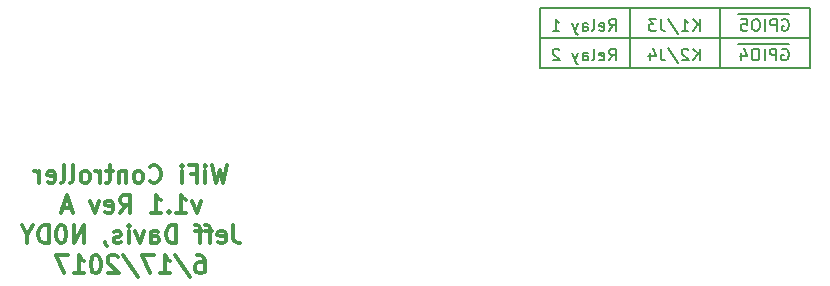
<source format=gbo>
G04 #@! TF.GenerationSoftware,KiCad,Pcbnew,(2017-04-22 revision b38541345)-makepkg*
G04 #@! TF.CreationDate,2017-06-22T14:02:37-07:00*
G04 #@! TF.ProjectId,WifiRelay,5769666952656C61792E6B696361645F,rev?*
G04 #@! TF.FileFunction,Legend,Bot*
G04 #@! TF.FilePolarity,Positive*
%FSLAX46Y46*%
G04 Gerber Fmt 4.6, Leading zero omitted, Abs format (unit mm)*
G04 Created by KiCad (PCBNEW (2017-04-22 revision b38541345)-makepkg) date 06/22/17 14:02:37*
%MOMM*%
%LPD*%
G01*
G04 APERTURE LIST*
%ADD10C,0.100000*%
%ADD11C,0.200000*%
%ADD12C,0.300000*%
G04 APERTURE END LIST*
D10*
D11*
X137964847Y-103219000D02*
X137964847Y-102219000D01*
X137393419Y-103219000D02*
X137821990Y-102647572D01*
X137393419Y-102219000D02*
X137964847Y-102790429D01*
X137012466Y-102314239D02*
X136964847Y-102266620D01*
X136869609Y-102219000D01*
X136631514Y-102219000D01*
X136536276Y-102266620D01*
X136488657Y-102314239D01*
X136441038Y-102409477D01*
X136441038Y-102504715D01*
X136488657Y-102647572D01*
X137060085Y-103219000D01*
X136441038Y-103219000D01*
X135298180Y-102171381D02*
X136155323Y-103457096D01*
X134679133Y-102219000D02*
X134679133Y-102933286D01*
X134726752Y-103076143D01*
X134821990Y-103171381D01*
X134964847Y-103219000D01*
X135060085Y-103219000D01*
X133774371Y-102552334D02*
X133774371Y-103219000D01*
X134012466Y-102171381D02*
X134250561Y-102885667D01*
X133631514Y-102885667D01*
X145518895Y-101786620D02*
X144703895Y-101786620D01*
X144941990Y-102266620D02*
X145037228Y-102219000D01*
X145180085Y-102219000D01*
X145322942Y-102266620D01*
X145418180Y-102361858D01*
X145465800Y-102457096D01*
X145513419Y-102647572D01*
X145513419Y-102790429D01*
X145465800Y-102980905D01*
X145418180Y-103076143D01*
X145322942Y-103171381D01*
X145180085Y-103219000D01*
X145084847Y-103219000D01*
X144941990Y-103171381D01*
X144894371Y-103123762D01*
X144894371Y-102790429D01*
X145084847Y-102790429D01*
X144703895Y-101786620D02*
X143703895Y-101786620D01*
X144465800Y-103219000D02*
X144465800Y-102219000D01*
X144084847Y-102219000D01*
X143989609Y-102266620D01*
X143941990Y-102314239D01*
X143894371Y-102409477D01*
X143894371Y-102552334D01*
X143941990Y-102647572D01*
X143989609Y-102695191D01*
X144084847Y-102742810D01*
X144465800Y-102742810D01*
X143703895Y-101786620D02*
X143227704Y-101786620D01*
X143465800Y-103219000D02*
X143465800Y-102219000D01*
X143227704Y-101786620D02*
X142180085Y-101786620D01*
X142799133Y-102219000D02*
X142608657Y-102219000D01*
X142513419Y-102266620D01*
X142418180Y-102361858D01*
X142370561Y-102552334D01*
X142370561Y-102885667D01*
X142418180Y-103076143D01*
X142513419Y-103171381D01*
X142608657Y-103219000D01*
X142799133Y-103219000D01*
X142894371Y-103171381D01*
X142989609Y-103076143D01*
X143037228Y-102885667D01*
X143037228Y-102552334D01*
X142989609Y-102361858D01*
X142894371Y-102266620D01*
X142799133Y-102219000D01*
X142180085Y-101786620D02*
X141227704Y-101786620D01*
X141513419Y-102552334D02*
X141513419Y-103219000D01*
X141751514Y-102171381D02*
X141989609Y-102885667D01*
X141370561Y-102885667D01*
X145544295Y-99297420D02*
X144729295Y-99297420D01*
X144967390Y-99777420D02*
X145062628Y-99729800D01*
X145205485Y-99729800D01*
X145348342Y-99777420D01*
X145443580Y-99872658D01*
X145491200Y-99967896D01*
X145538819Y-100158372D01*
X145538819Y-100301229D01*
X145491200Y-100491705D01*
X145443580Y-100586943D01*
X145348342Y-100682181D01*
X145205485Y-100729800D01*
X145110247Y-100729800D01*
X144967390Y-100682181D01*
X144919771Y-100634562D01*
X144919771Y-100301229D01*
X145110247Y-100301229D01*
X144729295Y-99297420D02*
X143729295Y-99297420D01*
X144491200Y-100729800D02*
X144491200Y-99729800D01*
X144110247Y-99729800D01*
X144015009Y-99777420D01*
X143967390Y-99825039D01*
X143919771Y-99920277D01*
X143919771Y-100063134D01*
X143967390Y-100158372D01*
X144015009Y-100205991D01*
X144110247Y-100253610D01*
X144491200Y-100253610D01*
X143729295Y-99297420D02*
X143253104Y-99297420D01*
X143491200Y-100729800D02*
X143491200Y-99729800D01*
X143253104Y-99297420D02*
X142205485Y-99297420D01*
X142824533Y-99729800D02*
X142634057Y-99729800D01*
X142538819Y-99777420D01*
X142443580Y-99872658D01*
X142395961Y-100063134D01*
X142395961Y-100396467D01*
X142443580Y-100586943D01*
X142538819Y-100682181D01*
X142634057Y-100729800D01*
X142824533Y-100729800D01*
X142919771Y-100682181D01*
X143015009Y-100586943D01*
X143062628Y-100396467D01*
X143062628Y-100063134D01*
X143015009Y-99872658D01*
X142919771Y-99777420D01*
X142824533Y-99729800D01*
X142205485Y-99297420D02*
X141253104Y-99297420D01*
X141491200Y-99729800D02*
X141967390Y-99729800D01*
X142015009Y-100205991D01*
X141967390Y-100158372D01*
X141872152Y-100110753D01*
X141634057Y-100110753D01*
X141538819Y-100158372D01*
X141491200Y-100205991D01*
X141443580Y-100301229D01*
X141443580Y-100539324D01*
X141491200Y-100634562D01*
X141538819Y-100682181D01*
X141634057Y-100729800D01*
X141872152Y-100729800D01*
X141967390Y-100682181D01*
X142015009Y-100634562D01*
X137964847Y-100729800D02*
X137964847Y-99729800D01*
X137393419Y-100729800D02*
X137821990Y-100158372D01*
X137393419Y-99729800D02*
X137964847Y-100301229D01*
X136441038Y-100729800D02*
X137012466Y-100729800D01*
X136726752Y-100729800D02*
X136726752Y-99729800D01*
X136821990Y-99872658D01*
X136917228Y-99967896D01*
X137012466Y-100015515D01*
X135298180Y-99682181D02*
X136155323Y-100967896D01*
X134679133Y-99729800D02*
X134679133Y-100444086D01*
X134726752Y-100586943D01*
X134821990Y-100682181D01*
X134964847Y-100729800D01*
X135060085Y-100729800D01*
X134298180Y-99729800D02*
X133679133Y-99729800D01*
X134012466Y-100110753D01*
X133869609Y-100110753D01*
X133774371Y-100158372D01*
X133726752Y-100205991D01*
X133679133Y-100301229D01*
X133679133Y-100539324D01*
X133726752Y-100634562D01*
X133774371Y-100682181D01*
X133869609Y-100729800D01*
X134155323Y-100729800D01*
X134250561Y-100682181D01*
X134298180Y-100634562D01*
X130297228Y-103219000D02*
X130630561Y-102742810D01*
X130868657Y-103219000D02*
X130868657Y-102219000D01*
X130487704Y-102219000D01*
X130392466Y-102266620D01*
X130344847Y-102314239D01*
X130297228Y-102409477D01*
X130297228Y-102552334D01*
X130344847Y-102647572D01*
X130392466Y-102695191D01*
X130487704Y-102742810D01*
X130868657Y-102742810D01*
X129487704Y-103171381D02*
X129582942Y-103219000D01*
X129773419Y-103219000D01*
X129868657Y-103171381D01*
X129916276Y-103076143D01*
X129916276Y-102695191D01*
X129868657Y-102599953D01*
X129773419Y-102552334D01*
X129582942Y-102552334D01*
X129487704Y-102599953D01*
X129440085Y-102695191D01*
X129440085Y-102790429D01*
X129916276Y-102885667D01*
X128868657Y-103219000D02*
X128963895Y-103171381D01*
X129011514Y-103076143D01*
X129011514Y-102219000D01*
X128059133Y-103219000D02*
X128059133Y-102695191D01*
X128106752Y-102599953D01*
X128201990Y-102552334D01*
X128392466Y-102552334D01*
X128487704Y-102599953D01*
X128059133Y-103171381D02*
X128154371Y-103219000D01*
X128392466Y-103219000D01*
X128487704Y-103171381D01*
X128535323Y-103076143D01*
X128535323Y-102980905D01*
X128487704Y-102885667D01*
X128392466Y-102838048D01*
X128154371Y-102838048D01*
X128059133Y-102790429D01*
X127678180Y-102552334D02*
X127440085Y-103219000D01*
X127201990Y-102552334D02*
X127440085Y-103219000D01*
X127535323Y-103457096D01*
X127582942Y-103504715D01*
X127678180Y-103552334D01*
X126106752Y-102314239D02*
X126059133Y-102266620D01*
X125963895Y-102219000D01*
X125725800Y-102219000D01*
X125630561Y-102266620D01*
X125582942Y-102314239D01*
X125535323Y-102409477D01*
X125535323Y-102504715D01*
X125582942Y-102647572D01*
X126154371Y-103219000D01*
X125535323Y-103219000D01*
X130297228Y-100729800D02*
X130630561Y-100253610D01*
X130868657Y-100729800D02*
X130868657Y-99729800D01*
X130487704Y-99729800D01*
X130392466Y-99777420D01*
X130344847Y-99825039D01*
X130297228Y-99920277D01*
X130297228Y-100063134D01*
X130344847Y-100158372D01*
X130392466Y-100205991D01*
X130487704Y-100253610D01*
X130868657Y-100253610D01*
X129487704Y-100682181D02*
X129582942Y-100729800D01*
X129773419Y-100729800D01*
X129868657Y-100682181D01*
X129916276Y-100586943D01*
X129916276Y-100205991D01*
X129868657Y-100110753D01*
X129773419Y-100063134D01*
X129582942Y-100063134D01*
X129487704Y-100110753D01*
X129440085Y-100205991D01*
X129440085Y-100301229D01*
X129916276Y-100396467D01*
X128868657Y-100729800D02*
X128963895Y-100682181D01*
X129011514Y-100586943D01*
X129011514Y-99729800D01*
X128059133Y-100729800D02*
X128059133Y-100205991D01*
X128106752Y-100110753D01*
X128201990Y-100063134D01*
X128392466Y-100063134D01*
X128487704Y-100110753D01*
X128059133Y-100682181D02*
X128154371Y-100729800D01*
X128392466Y-100729800D01*
X128487704Y-100682181D01*
X128535323Y-100586943D01*
X128535323Y-100491705D01*
X128487704Y-100396467D01*
X128392466Y-100348848D01*
X128154371Y-100348848D01*
X128059133Y-100301229D01*
X127678180Y-100063134D02*
X127440085Y-100729800D01*
X127201990Y-100063134D02*
X127440085Y-100729800D01*
X127535323Y-100967896D01*
X127582942Y-101015515D01*
X127678180Y-101063134D01*
X125535323Y-100729800D02*
X126106752Y-100729800D01*
X125821038Y-100729800D02*
X125821038Y-99729800D01*
X125916276Y-99872658D01*
X126011514Y-99967896D01*
X126106752Y-100015515D01*
X139655800Y-98778820D02*
X139655800Y-103858820D01*
X132035800Y-98778820D02*
X132035800Y-103858820D01*
X147275800Y-101318820D02*
X132035800Y-101318820D01*
X124415800Y-101318820D02*
X147275800Y-101318820D01*
X124415800Y-98778820D02*
X124415800Y-101318820D01*
X147275800Y-98778820D02*
X124415800Y-98778820D01*
X147275800Y-103858820D02*
X147275800Y-98778820D01*
X124415800Y-103858820D02*
X147275800Y-103858820D01*
X124415800Y-98778820D02*
X124415800Y-103858820D01*
D12*
X97989257Y-112082571D02*
X97632114Y-113582571D01*
X97346400Y-112511142D01*
X97060685Y-113582571D01*
X96703542Y-112082571D01*
X96132114Y-113582571D02*
X96132114Y-112582571D01*
X96132114Y-112082571D02*
X96203542Y-112154000D01*
X96132114Y-112225428D01*
X96060685Y-112154000D01*
X96132114Y-112082571D01*
X96132114Y-112225428D01*
X94917828Y-112796857D02*
X95417828Y-112796857D01*
X95417828Y-113582571D02*
X95417828Y-112082571D01*
X94703542Y-112082571D01*
X94132114Y-113582571D02*
X94132114Y-112582571D01*
X94132114Y-112082571D02*
X94203542Y-112154000D01*
X94132114Y-112225428D01*
X94060685Y-112154000D01*
X94132114Y-112082571D01*
X94132114Y-112225428D01*
X91417828Y-113439714D02*
X91489257Y-113511142D01*
X91703542Y-113582571D01*
X91846400Y-113582571D01*
X92060685Y-113511142D01*
X92203542Y-113368285D01*
X92274971Y-113225428D01*
X92346400Y-112939714D01*
X92346400Y-112725428D01*
X92274971Y-112439714D01*
X92203542Y-112296857D01*
X92060685Y-112154000D01*
X91846400Y-112082571D01*
X91703542Y-112082571D01*
X91489257Y-112154000D01*
X91417828Y-112225428D01*
X90560685Y-113582571D02*
X90703542Y-113511142D01*
X90774971Y-113439714D01*
X90846400Y-113296857D01*
X90846400Y-112868285D01*
X90774971Y-112725428D01*
X90703542Y-112654000D01*
X90560685Y-112582571D01*
X90346400Y-112582571D01*
X90203542Y-112654000D01*
X90132114Y-112725428D01*
X90060685Y-112868285D01*
X90060685Y-113296857D01*
X90132114Y-113439714D01*
X90203542Y-113511142D01*
X90346400Y-113582571D01*
X90560685Y-113582571D01*
X89417828Y-112582571D02*
X89417828Y-113582571D01*
X89417828Y-112725428D02*
X89346400Y-112654000D01*
X89203542Y-112582571D01*
X88989257Y-112582571D01*
X88846400Y-112654000D01*
X88774971Y-112796857D01*
X88774971Y-113582571D01*
X88274971Y-112582571D02*
X87703542Y-112582571D01*
X88060685Y-112082571D02*
X88060685Y-113368285D01*
X87989257Y-113511142D01*
X87846400Y-113582571D01*
X87703542Y-113582571D01*
X87203542Y-113582571D02*
X87203542Y-112582571D01*
X87203542Y-112868285D02*
X87132114Y-112725428D01*
X87060685Y-112654000D01*
X86917828Y-112582571D01*
X86774971Y-112582571D01*
X86060685Y-113582571D02*
X86203542Y-113511142D01*
X86274971Y-113439714D01*
X86346400Y-113296857D01*
X86346400Y-112868285D01*
X86274971Y-112725428D01*
X86203542Y-112654000D01*
X86060685Y-112582571D01*
X85846400Y-112582571D01*
X85703542Y-112654000D01*
X85632114Y-112725428D01*
X85560685Y-112868285D01*
X85560685Y-113296857D01*
X85632114Y-113439714D01*
X85703542Y-113511142D01*
X85846400Y-113582571D01*
X86060685Y-113582571D01*
X84703542Y-113582571D02*
X84846400Y-113511142D01*
X84917828Y-113368285D01*
X84917828Y-112082571D01*
X83917828Y-113582571D02*
X84060685Y-113511142D01*
X84132114Y-113368285D01*
X84132114Y-112082571D01*
X82774971Y-113511142D02*
X82917828Y-113582571D01*
X83203542Y-113582571D01*
X83346400Y-113511142D01*
X83417828Y-113368285D01*
X83417828Y-112796857D01*
X83346400Y-112654000D01*
X83203542Y-112582571D01*
X82917828Y-112582571D01*
X82774971Y-112654000D01*
X82703542Y-112796857D01*
X82703542Y-112939714D01*
X83417828Y-113082571D01*
X82060685Y-113582571D02*
X82060685Y-112582571D01*
X82060685Y-112868285D02*
X81989257Y-112725428D01*
X81917828Y-112654000D01*
X81774971Y-112582571D01*
X81632114Y-112582571D01*
X95739257Y-115132571D02*
X95382114Y-116132571D01*
X95024971Y-115132571D01*
X93667828Y-116132571D02*
X94524971Y-116132571D01*
X94096400Y-116132571D02*
X94096400Y-114632571D01*
X94239257Y-114846857D01*
X94382114Y-114989714D01*
X94524971Y-115061142D01*
X93024971Y-115989714D02*
X92953542Y-116061142D01*
X93024971Y-116132571D01*
X93096400Y-116061142D01*
X93024971Y-115989714D01*
X93024971Y-116132571D01*
X91524971Y-116132571D02*
X92382114Y-116132571D01*
X91953542Y-116132571D02*
X91953542Y-114632571D01*
X92096400Y-114846857D01*
X92239257Y-114989714D01*
X92382114Y-115061142D01*
X88882114Y-116132571D02*
X89382114Y-115418285D01*
X89739257Y-116132571D02*
X89739257Y-114632571D01*
X89167828Y-114632571D01*
X89024971Y-114704000D01*
X88953542Y-114775428D01*
X88882114Y-114918285D01*
X88882114Y-115132571D01*
X88953542Y-115275428D01*
X89024971Y-115346857D01*
X89167828Y-115418285D01*
X89739257Y-115418285D01*
X87667828Y-116061142D02*
X87810685Y-116132571D01*
X88096400Y-116132571D01*
X88239257Y-116061142D01*
X88310685Y-115918285D01*
X88310685Y-115346857D01*
X88239257Y-115204000D01*
X88096400Y-115132571D01*
X87810685Y-115132571D01*
X87667828Y-115204000D01*
X87596400Y-115346857D01*
X87596400Y-115489714D01*
X88310685Y-115632571D01*
X87096400Y-115132571D02*
X86739257Y-116132571D01*
X86382114Y-115132571D01*
X84739257Y-115704000D02*
X84024971Y-115704000D01*
X84882114Y-116132571D02*
X84382114Y-114632571D01*
X83882114Y-116132571D01*
X98489257Y-117182571D02*
X98489257Y-118254000D01*
X98560685Y-118468285D01*
X98703542Y-118611142D01*
X98917828Y-118682571D01*
X99060685Y-118682571D01*
X97203542Y-118611142D02*
X97346400Y-118682571D01*
X97632114Y-118682571D01*
X97774971Y-118611142D01*
X97846400Y-118468285D01*
X97846400Y-117896857D01*
X97774971Y-117754000D01*
X97632114Y-117682571D01*
X97346400Y-117682571D01*
X97203542Y-117754000D01*
X97132114Y-117896857D01*
X97132114Y-118039714D01*
X97846400Y-118182571D01*
X96703542Y-117682571D02*
X96132114Y-117682571D01*
X96489257Y-118682571D02*
X96489257Y-117396857D01*
X96417828Y-117254000D01*
X96274971Y-117182571D01*
X96132114Y-117182571D01*
X95846400Y-117682571D02*
X95274971Y-117682571D01*
X95632114Y-118682571D02*
X95632114Y-117396857D01*
X95560685Y-117254000D01*
X95417828Y-117182571D01*
X95274971Y-117182571D01*
X93632114Y-118682571D02*
X93632114Y-117182571D01*
X93274971Y-117182571D01*
X93060685Y-117254000D01*
X92917828Y-117396857D01*
X92846400Y-117539714D01*
X92774971Y-117825428D01*
X92774971Y-118039714D01*
X92846400Y-118325428D01*
X92917828Y-118468285D01*
X93060685Y-118611142D01*
X93274971Y-118682571D01*
X93632114Y-118682571D01*
X91489257Y-118682571D02*
X91489257Y-117896857D01*
X91560685Y-117754000D01*
X91703542Y-117682571D01*
X91989257Y-117682571D01*
X92132114Y-117754000D01*
X91489257Y-118611142D02*
X91632114Y-118682571D01*
X91989257Y-118682571D01*
X92132114Y-118611142D01*
X92203542Y-118468285D01*
X92203542Y-118325428D01*
X92132114Y-118182571D01*
X91989257Y-118111142D01*
X91632114Y-118111142D01*
X91489257Y-118039714D01*
X90917828Y-117682571D02*
X90560685Y-118682571D01*
X90203542Y-117682571D01*
X89632114Y-118682571D02*
X89632114Y-117682571D01*
X89632114Y-117182571D02*
X89703542Y-117254000D01*
X89632114Y-117325428D01*
X89560685Y-117254000D01*
X89632114Y-117182571D01*
X89632114Y-117325428D01*
X88989257Y-118611142D02*
X88846400Y-118682571D01*
X88560685Y-118682571D01*
X88417828Y-118611142D01*
X88346400Y-118468285D01*
X88346400Y-118396857D01*
X88417828Y-118254000D01*
X88560685Y-118182571D01*
X88774971Y-118182571D01*
X88917828Y-118111142D01*
X88989257Y-117968285D01*
X88989257Y-117896857D01*
X88917828Y-117754000D01*
X88774971Y-117682571D01*
X88560685Y-117682571D01*
X88417828Y-117754000D01*
X87632114Y-118611142D02*
X87632114Y-118682571D01*
X87703542Y-118825428D01*
X87774971Y-118896857D01*
X85846400Y-118682571D02*
X85846400Y-117182571D01*
X84989257Y-118682571D01*
X84989257Y-117182571D01*
X83989257Y-117182571D02*
X83846400Y-117182571D01*
X83703542Y-117254000D01*
X83632114Y-117325428D01*
X83560685Y-117468285D01*
X83489257Y-117754000D01*
X83489257Y-118111142D01*
X83560685Y-118396857D01*
X83632114Y-118539714D01*
X83703542Y-118611142D01*
X83846400Y-118682571D01*
X83989257Y-118682571D01*
X84132114Y-118611142D01*
X84203542Y-118539714D01*
X84274971Y-118396857D01*
X84346400Y-118111142D01*
X84346400Y-117754000D01*
X84274971Y-117468285D01*
X84203542Y-117325428D01*
X84132114Y-117254000D01*
X83989257Y-117182571D01*
X82846400Y-118682571D02*
X82846400Y-117182571D01*
X82489257Y-117182571D01*
X82274971Y-117254000D01*
X82132114Y-117396857D01*
X82060685Y-117539714D01*
X81989257Y-117825428D01*
X81989257Y-118039714D01*
X82060685Y-118325428D01*
X82132114Y-118468285D01*
X82274971Y-118611142D01*
X82489257Y-118682571D01*
X82846400Y-118682571D01*
X81060685Y-117968285D02*
X81060685Y-118682571D01*
X81560685Y-117182571D02*
X81060685Y-117968285D01*
X80560685Y-117182571D01*
X95417828Y-119732571D02*
X95703542Y-119732571D01*
X95846400Y-119804000D01*
X95917828Y-119875428D01*
X96060685Y-120089714D01*
X96132114Y-120375428D01*
X96132114Y-120946857D01*
X96060685Y-121089714D01*
X95989257Y-121161142D01*
X95846400Y-121232571D01*
X95560685Y-121232571D01*
X95417828Y-121161142D01*
X95346400Y-121089714D01*
X95274971Y-120946857D01*
X95274971Y-120589714D01*
X95346400Y-120446857D01*
X95417828Y-120375428D01*
X95560685Y-120304000D01*
X95846400Y-120304000D01*
X95989257Y-120375428D01*
X96060685Y-120446857D01*
X96132114Y-120589714D01*
X93560685Y-119661142D02*
X94846400Y-121589714D01*
X92274971Y-121232571D02*
X93132114Y-121232571D01*
X92703542Y-121232571D02*
X92703542Y-119732571D01*
X92846400Y-119946857D01*
X92989257Y-120089714D01*
X93132114Y-120161142D01*
X91774971Y-119732571D02*
X90774971Y-119732571D01*
X91417828Y-121232571D01*
X89132114Y-119661142D02*
X90417828Y-121589714D01*
X88703542Y-119875428D02*
X88632114Y-119804000D01*
X88489257Y-119732571D01*
X88132114Y-119732571D01*
X87989257Y-119804000D01*
X87917828Y-119875428D01*
X87846400Y-120018285D01*
X87846400Y-120161142D01*
X87917828Y-120375428D01*
X88774971Y-121232571D01*
X87846400Y-121232571D01*
X86917828Y-119732571D02*
X86774971Y-119732571D01*
X86632114Y-119804000D01*
X86560685Y-119875428D01*
X86489257Y-120018285D01*
X86417828Y-120304000D01*
X86417828Y-120661142D01*
X86489257Y-120946857D01*
X86560685Y-121089714D01*
X86632114Y-121161142D01*
X86774971Y-121232571D01*
X86917828Y-121232571D01*
X87060685Y-121161142D01*
X87132114Y-121089714D01*
X87203542Y-120946857D01*
X87274971Y-120661142D01*
X87274971Y-120304000D01*
X87203542Y-120018285D01*
X87132114Y-119875428D01*
X87060685Y-119804000D01*
X86917828Y-119732571D01*
X84989257Y-121232571D02*
X85846400Y-121232571D01*
X85417828Y-121232571D02*
X85417828Y-119732571D01*
X85560685Y-119946857D01*
X85703542Y-120089714D01*
X85846400Y-120161142D01*
X84489257Y-119732571D02*
X83489257Y-119732571D01*
X84132114Y-121232571D01*
M02*

</source>
